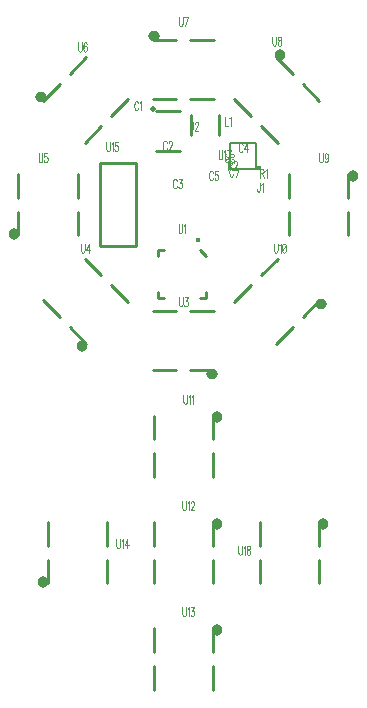
<source format=gto>
G04 DipTrace 2.4.0.2*
%INfemale.gto*%
%MOMM*%
%ADD10C,0.25*%
%ADD14C,0.4*%
%ADD18C,0.152*%
%ADD22O,0.437X0.4*%
%ADD27O,0.5X0.5*%
%ADD30O,0.975X0.925*%
%ADD35O,0.925X0.975*%
%ADD69C,0.118*%
%FSLAX53Y53*%
G04*
G71*
G90*
G75*
G01*
%LNTopSilk*%
%LPD*%
D22*
X27854Y49205D3*
X27998Y48288D2*
D10*
X28499Y47788D1*
Y44788D2*
Y44289D1*
X27998D1*
X24999D2*
X24498D1*
Y44788D1*
X24999Y48288D2*
X24498D1*
Y47788D1*
X26293Y60131D2*
X24293D1*
X26293Y56731D2*
X24293D1*
D27*
X24043Y60306D3*
X24018Y38205D2*
D10*
X26018D1*
X24018Y43205D2*
X26018D1*
X27218D2*
X29218D1*
X27218Y38205D2*
X29218D1*
D30*
X29081Y37843D3*
X29602Y59785D2*
D10*
Y58086D1*
X27302Y59785D2*
Y58086D1*
X14726Y44073D2*
X16140Y42659D1*
X18261Y47608D2*
X19676Y46194D1*
X20524Y45345D2*
X21938Y43931D1*
X16988Y41810D2*
X18402Y40396D1*
D35*
X18049Y40236D3*
X12659Y54764D2*
D10*
Y52764D1*
X17659Y54764D2*
Y52764D1*
Y51564D2*
Y49564D1*
X12659Y51564D2*
Y49564D1*
D35*
X12297Y49701D3*
X18403Y64639D2*
D10*
X16989Y63225D1*
X21938Y61104D2*
X20524Y59689D1*
X19675Y58841D2*
X18261Y57427D1*
X16140Y62377D2*
X14725Y60963D1*
D30*
X14566Y61316D3*
X29218Y66123D2*
D10*
X27218D1*
X29218Y61123D2*
X27218D1*
X26018D2*
X24018D1*
X26018Y66123D2*
X24018D1*
D30*
X24155Y66486D3*
X38144Y60962D2*
D10*
X36730Y62376D1*
X34608Y57427D2*
X33194Y58841D1*
X32346Y59690D2*
X30932Y61104D1*
X35882Y63226D2*
X34467Y64640D1*
D35*
X34821Y64799D3*
X40577Y49564D2*
D10*
Y51564D1*
X35577Y49564D2*
Y51564D1*
Y52764D2*
Y54764D1*
X40577Y52764D2*
Y54764D1*
D35*
X40940Y54627D3*
X34467Y40396D2*
D10*
X35881Y41810D1*
X30932Y43932D2*
X32346Y45346D1*
X33195Y46194D2*
X34609Y47608D1*
X36730Y42658D2*
X38144Y44073D1*
D30*
X38304Y43719D3*
X19592Y55695D2*
D10*
X22592D1*
Y48695D1*
X19592D1*
Y55695D1*
X29118Y29105D2*
Y31105D1*
X24118Y29105D2*
Y31105D1*
Y32305D2*
Y34305D1*
X29118Y32305D2*
Y34305D1*
D35*
X29481Y34168D3*
X29118Y20105D2*
D10*
Y22105D1*
X24118Y20105D2*
Y22105D1*
Y23305D2*
Y25305D1*
X29118Y23305D2*
Y25305D1*
D35*
X29481Y25168D3*
X29118Y11105D2*
D10*
Y13105D1*
X24118Y11105D2*
Y13105D1*
Y14305D2*
Y16305D1*
X29118Y14305D2*
Y16305D1*
D35*
X29481Y16168D3*
X15118Y25305D2*
D10*
Y23305D1*
X20118Y25305D2*
Y23305D1*
Y22105D2*
Y20105D1*
X15118Y22105D2*
Y20105D1*
D35*
X14756Y20242D3*
D14*
X33023Y55303D3*
X32798Y55178D2*
D18*
X30598D1*
Y57378D1*
X32798D1*
Y55178D1*
X38118Y20105D2*
D10*
Y22105D1*
X33118Y20105D2*
Y22105D1*
Y23305D2*
Y25305D1*
X38118Y23305D2*
Y25305D1*
D35*
X38481Y25168D3*
X26220Y50521D2*
D69*
Y49974D1*
X26242Y49865D1*
X26286Y49792D1*
X26351Y49755D1*
X26395D1*
X26460Y49792D1*
X26504Y49865D1*
X26526Y49974D1*
Y50521D1*
X26667Y50374D2*
X26711Y50411D1*
X26777Y50520D1*
Y49755D1*
X27142Y59188D2*
Y58641D1*
X27163Y58531D1*
X27207Y58459D1*
X27273Y58422D1*
X27317D1*
X27382Y58459D1*
X27426Y58531D1*
X27448Y58641D1*
Y59188D1*
X27611Y59005D2*
Y59041D1*
X27633Y59114D1*
X27655Y59151D1*
X27699Y59187D1*
X27786D1*
X27830Y59151D1*
X27851Y59114D1*
X27874Y59041D1*
Y58969D1*
X27851Y58895D1*
X27808Y58787D1*
X27589Y58422D1*
X27895D1*
X33072Y54010D2*
Y53427D1*
X33050Y53318D1*
X33028Y53282D1*
X32985Y53244D1*
X32941D1*
X32897Y53282D1*
X32875Y53318D1*
X32853Y53427D1*
Y53500D1*
X33213Y53864D2*
X33257Y53901D1*
X33323Y54009D1*
Y53244D1*
X26241Y44321D2*
Y43774D1*
X26263Y43665D1*
X26307Y43592D1*
X26373Y43555D1*
X26416D1*
X26482Y43592D1*
X26526Y43665D1*
X26548Y43774D1*
Y44321D1*
X26733Y44320D2*
X26973D1*
X26842Y44029D1*
X26908D1*
X26951Y43992D1*
X26973Y43956D1*
X26995Y43847D1*
Y43774D1*
X26973Y43665D1*
X26929Y43591D1*
X26864Y43555D1*
X26798D1*
X26733Y43591D1*
X26711Y43629D1*
X26689Y43701D1*
X22797Y60745D2*
X22775Y60817D1*
X22731Y60890D1*
X22688Y60927D1*
X22600D1*
X22556Y60890D1*
X22513Y60817D1*
X22490Y60745D1*
X22469Y60635D1*
Y60452D1*
X22490Y60344D1*
X22513Y60271D1*
X22556Y60198D1*
X22600Y60161D1*
X22688D1*
X22731Y60198D1*
X22775Y60271D1*
X22797Y60344D1*
X22938Y60780D2*
X22982Y60817D1*
X23048Y60926D1*
Y60161D1*
X25221Y57383D2*
X25200Y57455D1*
X25156Y57529D1*
X25112Y57565D1*
X25025D1*
X24981Y57529D1*
X24937Y57455D1*
X24915Y57383D1*
X24893Y57273D1*
Y57091D1*
X24915Y56982D1*
X24937Y56909D1*
X24981Y56836D1*
X25025Y56799D1*
X25112D1*
X25156Y56836D1*
X25200Y56909D1*
X25221Y56982D1*
X25385Y57382D2*
Y57418D1*
X25407Y57491D1*
X25428Y57528D1*
X25472Y57564D1*
X25560D1*
X25603Y57528D1*
X25625Y57491D1*
X25647Y57418D1*
Y57346D1*
X25625Y57272D1*
X25581Y57164D1*
X25363Y56799D1*
X25669D1*
X30110Y59619D2*
Y58853D1*
X30372D1*
X30513Y59472D2*
X30557Y59509D1*
X30623Y59618D1*
Y58853D1*
X17944Y48868D2*
Y48321D1*
X17966Y48211D1*
X18010Y48139D1*
X18076Y48102D1*
X18119D1*
X18185Y48139D1*
X18229Y48211D1*
X18251Y48321D1*
Y48868D1*
X18611Y48102D2*
Y48867D1*
X18392Y48357D1*
X18720D1*
X14370Y56530D2*
Y55983D1*
X14392Y55874D1*
X14436Y55801D1*
X14501Y55764D1*
X14545D1*
X14610Y55801D1*
X14654Y55874D1*
X14676Y55983D1*
Y56530D1*
X15080Y56529D2*
X14861D1*
X14840Y56201D1*
X14861Y56238D1*
X14927Y56275D1*
X14992D1*
X15058Y56238D1*
X15102Y56165D1*
X15124Y56056D1*
Y55983D1*
X15102Y55874D1*
X15058Y55800D1*
X14992Y55764D1*
X14927D1*
X14861Y55800D1*
X14840Y55837D1*
X14817Y55910D1*
X17714Y65899D2*
Y65352D1*
X17736Y65242D1*
X17780Y65170D1*
X17846Y65133D1*
X17889D1*
X17955Y65170D1*
X17999Y65242D1*
X18021Y65352D1*
Y65899D1*
X18424Y65789D2*
X18402Y65861D1*
X18337Y65898D1*
X18293D1*
X18228Y65861D1*
X18184Y65752D1*
X18162Y65570D1*
Y65388D1*
X18184Y65242D1*
X18228Y65169D1*
X18293Y65133D1*
X18315D1*
X18380Y65169D1*
X18424Y65242D1*
X18446Y65352D1*
Y65388D1*
X18424Y65498D1*
X18380Y65570D1*
X18315Y65606D1*
X18293D1*
X18228Y65570D1*
X18184Y65498D1*
X18162Y65388D1*
X26241Y68064D2*
Y67517D1*
X26263Y67408D1*
X26307Y67335D1*
X26373Y67298D1*
X26416D1*
X26482Y67335D1*
X26526Y67408D1*
X26548Y67517D1*
Y68064D1*
X26776Y67298D2*
X26995Y68063D1*
X26689D1*
X34161Y66402D2*
Y65855D1*
X34183Y65746D1*
X34227Y65674D1*
X34293Y65636D1*
X34336D1*
X34402Y65674D1*
X34446Y65746D1*
X34468Y65855D1*
Y66402D1*
X34718Y66401D2*
X34653Y66365D1*
X34631Y66293D1*
Y66219D1*
X34653Y66147D1*
X34696Y66110D1*
X34784Y66074D1*
X34849Y66037D1*
X34893Y65964D1*
X34915Y65892D1*
Y65782D1*
X34893Y65710D1*
X34871Y65673D1*
X34805Y65636D1*
X34718D1*
X34653Y65673D1*
X34631Y65710D1*
X34609Y65782D1*
Y65892D1*
X34631Y65964D1*
X34675Y66037D1*
X34740Y66074D1*
X34827Y66110D1*
X34871Y66147D1*
X34893Y66219D1*
Y66293D1*
X34871Y66365D1*
X34805Y66401D1*
X34718D1*
X38124Y56530D2*
Y55983D1*
X38145Y55874D1*
X38189Y55801D1*
X38255Y55764D1*
X38299D1*
X38364Y55801D1*
X38408Y55874D1*
X38430Y55983D1*
Y56530D1*
X38856Y56275D2*
X38833Y56165D1*
X38790Y56092D1*
X38724Y56056D1*
X38703D1*
X38637Y56092D1*
X38593Y56165D1*
X38571Y56275D1*
Y56311D1*
X38593Y56420D1*
X38637Y56493D1*
X38703Y56529D1*
X38724D1*
X38790Y56493D1*
X38833Y56420D1*
X38856Y56275D1*
Y56092D1*
X38833Y55910D1*
X38790Y55800D1*
X38724Y55764D1*
X38681D1*
X38615Y55800D1*
X38593Y55874D1*
X34287Y48868D2*
Y48321D1*
X34309Y48211D1*
X34353Y48139D1*
X34419Y48102D1*
X34462D1*
X34528Y48139D1*
X34572Y48211D1*
X34594Y48321D1*
Y48868D1*
X34735Y48721D2*
X34779Y48758D1*
X34845Y48867D1*
Y48102D1*
X35117Y48867D2*
X35051Y48830D1*
X35008Y48721D1*
X34986Y48539D1*
Y48430D1*
X35008Y48248D1*
X35051Y48138D1*
X35117Y48102D1*
X35161D1*
X35226Y48138D1*
X35270Y48248D1*
X35292Y48430D1*
Y48539D1*
X35270Y48721D1*
X35226Y48830D1*
X35161Y48867D1*
X35117D1*
X35270Y48721D2*
X35008Y48248D1*
X20090Y57461D2*
Y56915D1*
X20112Y56805D1*
X20156Y56733D1*
X20221Y56696D1*
X20265D1*
X20331Y56733D1*
X20374Y56805D1*
X20396Y56915D1*
Y57461D1*
X20537Y57315D2*
X20581Y57352D1*
X20647Y57460D1*
Y56696D1*
X21051Y57460D2*
X20832D1*
X20810Y57133D1*
X20832Y57169D1*
X20898Y57206D1*
X20963D1*
X21029Y57169D1*
X21073Y57097D1*
X21095Y56987D1*
Y56915D1*
X21073Y56805D1*
X21029Y56732D1*
X20963Y56696D1*
X20898D1*
X20832Y56732D1*
X20810Y56769D1*
X20788Y56841D1*
X26627Y36071D2*
Y35524D1*
X26648Y35415D1*
X26692Y35342D1*
X26758Y35305D1*
X26801D1*
X26867Y35342D1*
X26911Y35415D1*
X26933Y35524D1*
Y36071D1*
X27074Y35924D2*
X27118Y35961D1*
X27184Y36070D1*
Y35305D1*
X27325Y35924D2*
X27369Y35961D1*
X27435Y36070D1*
Y35305D1*
X26528Y27071D2*
Y26524D1*
X26550Y26415D1*
X26594Y26342D1*
X26660Y26305D1*
X26703D1*
X26769Y26342D1*
X26813Y26415D1*
X26835Y26524D1*
Y27071D1*
X26976Y26924D2*
X27020Y26961D1*
X27085Y27070D1*
Y26305D1*
X27249Y26888D2*
Y26924D1*
X27271Y26998D1*
X27292Y27034D1*
X27336Y27070D1*
X27424D1*
X27467Y27034D1*
X27489Y26998D1*
X27511Y26924D1*
Y26852D1*
X27489Y26779D1*
X27445Y26670D1*
X27227Y26305D1*
X27533D1*
X26528Y18071D2*
Y17524D1*
X26550Y17415D1*
X26594Y17342D1*
X26660Y17305D1*
X26703D1*
X26769Y17342D1*
X26813Y17415D1*
X26835Y17524D1*
Y18071D1*
X26976Y17924D2*
X27020Y17961D1*
X27085Y18070D1*
Y17305D1*
X27271Y18070D2*
X27511D1*
X27380Y17779D1*
X27445D1*
X27489Y17742D1*
X27511Y17706D1*
X27533Y17597D1*
Y17524D1*
X27511Y17415D1*
X27467Y17341D1*
X27401Y17305D1*
X27336D1*
X27271Y17341D1*
X27249Y17379D1*
X27227Y17451D1*
X20952Y23853D2*
Y23306D1*
X20974Y23197D1*
X21017Y23124D1*
X21083Y23087D1*
X21127D1*
X21192Y23124D1*
X21236Y23197D1*
X21258Y23306D1*
Y23853D1*
X21399Y23706D2*
X21443Y23743D1*
X21509Y23852D1*
Y23087D1*
X21869D2*
Y23852D1*
X21650Y23342D1*
X21978D1*
X26064Y54141D2*
X26042Y54214D1*
X25998Y54287D1*
X25955Y54323D1*
X25867D1*
X25823Y54287D1*
X25780Y54214D1*
X25757Y54141D1*
X25736Y54032D1*
Y53849D1*
X25757Y53740D1*
X25780Y53667D1*
X25823Y53594D1*
X25867Y53557D1*
X25955D1*
X25998Y53594D1*
X26042Y53667D1*
X26064Y53740D1*
X26249Y54322D2*
X26489D1*
X26358Y54031D1*
X26424D1*
X26467Y53995D1*
X26489Y53958D1*
X26511Y53849D1*
Y53776D1*
X26489Y53667D1*
X26445Y53594D1*
X26380Y53557D1*
X26314D1*
X26249Y53594D1*
X26227Y53631D1*
X26205Y53703D1*
X33113Y54818D2*
X33309D1*
X33375Y54855D1*
X33397Y54891D1*
X33419Y54963D1*
Y55037D1*
X33397Y55109D1*
X33375Y55146D1*
X33309Y55182D1*
X33113D1*
Y54417D1*
X33266Y54818D2*
X33419Y54417D1*
X33560Y55036D2*
X33604Y55073D1*
X33670Y55182D1*
Y54417D1*
X30428Y55507D2*
X30625D1*
X30690Y55544D1*
X30713Y55580D1*
X30734Y55653D1*
Y55726D1*
X30713Y55798D1*
X30690Y55836D1*
X30625Y55872D1*
X30428D1*
Y55106D1*
X30581Y55507D2*
X30734Y55106D1*
X30898Y55689D2*
Y55725D1*
X30920Y55798D1*
X30941Y55835D1*
X30985Y55871D1*
X31073D1*
X31116Y55835D1*
X31138Y55798D1*
X31160Y55725D1*
Y55653D1*
X31138Y55579D1*
X31094Y55471D1*
X30876Y55106D1*
X31182D1*
X31636Y57207D2*
X31614Y57280D1*
X31570Y57353D1*
X31527Y57389D1*
X31439D1*
X31395Y57353D1*
X31352Y57280D1*
X31329Y57207D1*
X31308Y57098D1*
Y56915D1*
X31329Y56806D1*
X31352Y56733D1*
X31395Y56660D1*
X31439Y56623D1*
X31527D1*
X31570Y56660D1*
X31614Y56733D1*
X31636Y56806D1*
X31996Y56623D2*
Y57388D1*
X31777Y56879D1*
X32105D1*
X29124Y54830D2*
X29102Y54903D1*
X29058Y54976D1*
X29015Y55012D1*
X28927D1*
X28883Y54976D1*
X28840Y54903D1*
X28818Y54830D1*
X28796Y54721D1*
Y54538D1*
X28818Y54429D1*
X28840Y54356D1*
X28883Y54284D1*
X28927Y54247D1*
X29015D1*
X29058Y54284D1*
X29102Y54356D1*
X29124Y54429D1*
X29527Y55011D2*
X29309D1*
X29287Y54684D1*
X29309Y54720D1*
X29375Y54757D1*
X29440D1*
X29506Y54720D1*
X29550Y54648D1*
X29571Y54538D1*
Y54466D1*
X29550Y54356D1*
X29506Y54283D1*
X29440Y54247D1*
X29375D1*
X29309Y54283D1*
X29287Y54320D1*
X29265Y54392D1*
X30338Y56053D2*
X30265Y56031D1*
X30192Y55987D1*
X30156Y55943D1*
Y55856D1*
X30192Y55812D1*
X30265Y55769D1*
X30338Y55746D1*
X30447Y55725D1*
X30630D1*
X30739Y55746D1*
X30812Y55769D1*
X30884Y55812D1*
X30921Y55856D1*
Y55943D1*
X30884Y55987D1*
X30812Y56031D1*
X30739Y56053D1*
X30265Y56456D2*
X30193Y56434D1*
X30157Y56369D1*
Y56325D1*
X30193Y56259D1*
X30302Y56216D1*
X30484Y56194D1*
X30666D1*
X30812Y56216D1*
X30885Y56259D1*
X30921Y56325D1*
Y56347D1*
X30885Y56412D1*
X30812Y56456D1*
X30702Y56478D1*
X30666D1*
X30557Y56456D1*
X30484Y56412D1*
X30448Y56347D1*
Y56325D1*
X30484Y56259D1*
X30557Y56216D1*
X30666Y56194D1*
X30844Y55122D2*
X30822Y55194D1*
X30778Y55268D1*
X30735Y55304D1*
X30647D1*
X30603Y55268D1*
X30560Y55194D1*
X30538Y55122D1*
X30516Y55012D1*
Y54830D1*
X30538Y54721D1*
X30560Y54648D1*
X30603Y54575D1*
X30647Y54538D1*
X30735D1*
X30778Y54575D1*
X30822Y54648D1*
X30844Y54721D1*
X31072Y54538D2*
X31291Y55303D1*
X30985D1*
X29610Y56783D2*
Y56237D1*
X29631Y56127D1*
X29675Y56055D1*
X29741Y56018D1*
X29784D1*
X29850Y56055D1*
X29894Y56127D1*
X29916Y56237D1*
Y56783D1*
X30057Y56637D2*
X30101Y56674D1*
X30167Y56783D1*
Y56018D1*
X30395D2*
X30614Y56783D1*
X30308D1*
X31269Y23285D2*
Y22738D1*
X31291Y22629D1*
X31335Y22556D1*
X31401Y22519D1*
X31444D1*
X31510Y22556D1*
X31554Y22629D1*
X31575Y22738D1*
Y23285D1*
X31717Y23138D2*
X31761Y23175D1*
X31826Y23284D1*
Y22519D1*
X32077Y23284D2*
X32011Y23248D1*
X31989Y23175D1*
Y23102D1*
X32011Y23030D1*
X32055Y22993D1*
X32142Y22956D1*
X32208Y22920D1*
X32251Y22847D1*
X32273Y22774D1*
Y22665D1*
X32251Y22592D1*
X32230Y22555D1*
X32164Y22519D1*
X32077D1*
X32011Y22555D1*
X31989Y22592D1*
X31967Y22665D1*
Y22774D1*
X31989Y22847D1*
X32033Y22920D1*
X32098Y22956D1*
X32186Y22993D1*
X32230Y23030D1*
X32251Y23102D1*
Y23175D1*
X32230Y23248D1*
X32164Y23284D1*
X32077D1*
M02*

</source>
